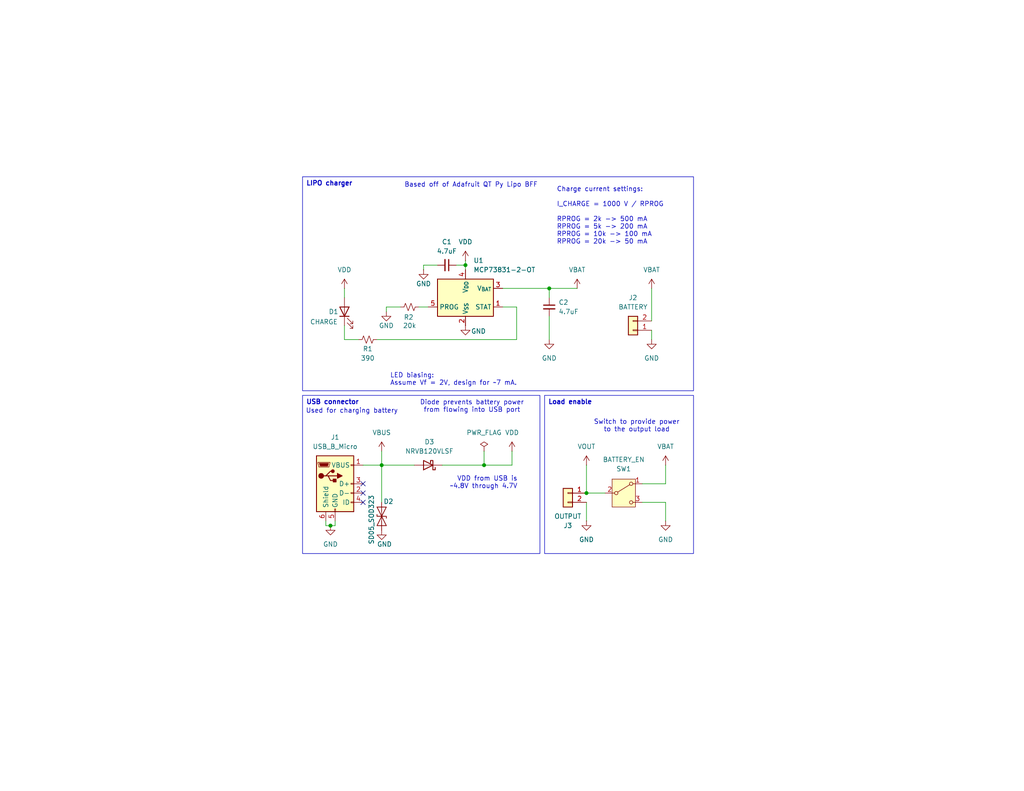
<source format=kicad_sch>
(kicad_sch (version 20231120) (generator "eeschema") (generator_version "8.0")
  (paper "USLetter")
  (title_block (title "lipo charger/supply") (date "2024-03-30") (rev "1") (company "Trevor Vannoy") (comment 2 "Circuit that can be used to power a separate circuit from a lipo,\\nas well as charge the lipo"))
  (lib_symbols
    (symbol "Battery_Management:MCP73831-2-OT"
      (property "Reference" "U" (at -7.62 6.35 0))
      (property "Value" "MCP73831-2-OT" (at 1.27 6.35 0))
      (symbol "MCP73831-2-OT_0_1"
        (rectangle (start -7.62 5.08) (end 7.62 -5.08) (stroke (width 0.254)) (fill (type background)))
      )
      (symbol "MCP73831-2-OT_1_1"
        (pin tri_state line (at 10.16 -2.54 180) (length 2.54) (name "STAT") (number "1"))
        (pin power_in line (at 0 -7.62 90) (length 2.54) (name "V_{SS}") (number "2"))
        (pin power_out line (at 10.16 2.54 180) (length 2.54) (name "V_{BAT}") (number "3"))
        (pin power_in line (at 0 7.62 270) (length 2.54) (name "V_{DD}") (number "4"))
        (pin input line (at -10.16 -2.54 0) (length 2.54) (name "PROG") (number "5"))
      )
    )
    (symbol "Connector:USB_B_Micro" (pin_names (offset 1.016))
      (property "Reference" "J" (at -5.08 11.43 0))
      (property "Value" "USB_B_Micro" (at -5.08 8.89 0))
      (symbol "USB_B_Micro_0_1"
        (rectangle (start -5.08 -7.62) (end 5.08 7.62) (stroke (width 0.254)) (fill (type background)))
        (circle (center -3.81 2.159) (radius 0.635) (stroke (width 0.254)) (fill (type outline)))
        (circle (center -0.635 3.429) (radius 0.381) (stroke (width 0.254)) (fill (type outline)))
        (rectangle (start -0.127 -7.62) (end 0.127 -6.858))
        (polyline (pts (xy -1.905 2.159) (xy 0.635 2.159)) (stroke (width 0.254)))
        (polyline (pts (xy -3.175 2.159) (xy -2.54 2.159) (xy -1.27 3.429) (xy -0.635 3.429)) (stroke (width 0.254)))
        (polyline (pts (xy -2.54 2.159) (xy -1.905 2.159) (xy -1.27 0.889) (xy 0 0.889)) (stroke (width 0.254)))
        (polyline (pts (xy 0.635 2.794) (xy 0.635 1.524) (xy 1.905 2.159) (xy 0.635 2.794)) (stroke (width 0.254)) (fill (type outline)))
        (polyline (pts (xy -4.318 5.588) (xy -1.778 5.588) (xy -2.032 4.826) (xy -4.064 4.826) (xy -4.318 5.588)) (fill (type outline)))
        (polyline (pts (xy -4.699 5.842) (xy -4.699 5.588) (xy -4.445 4.826) (xy -4.445 4.572) (xy -1.651 4.572) (xy -1.651 4.826) (xy -1.397 5.588) (xy -1.397 5.842) (xy -4.699 5.842)))
        (rectangle (start 0.254 1.27) (end -0.508 0.508) (stroke (width 0.254)) (fill (type outline)))
        (rectangle (start 5.08 -5.207) (end 4.318 -4.953))
        (rectangle (start 5.08 -2.667) (end 4.318 -2.413))
        (rectangle (start 5.08 -0.127) (end 4.318 0.127))
        (rectangle (start 5.08 4.953) (end 4.318 5.207))
      )
      (symbol "USB_B_Micro_1_1"
        (pin power_out line (at 7.62 5.08 180) (length 2.54) (name "VBUS") (number "1"))
        (pin bidirectional line (at 7.62 -2.54 180) (length 2.54) (name "D-") (number "2"))
        (pin bidirectional line (at 7.62 0 180) (length 2.54) (name "D+") (number "3"))
        (pin passive line (at 7.62 -5.08 180) (length 2.54) (name "ID") (number "4"))
        (pin power_out line (at 0 -10.16 90) (length 2.54) (name "GND") (number "5"))
        (pin passive line (at -2.54 -10.16 90) (length 2.54) (name "Shield") (number "6"))
      )
    )
    (symbol "Connector_Generic:Conn_01x02" (pin_names (offset 1.016) hide)
      (property "Reference" "J" (at 0 2.54 0))
      (property "Value" "Conn_01x02" (at 0 -5.08 0))
      (symbol "Conn_01x02_1_1"
        (rectangle (start -1.27 -2.413) (end 0 -2.667) (stroke (width 0.1524)))
        (rectangle (start -1.27 0.127) (end 0 -0.127) (stroke (width 0.1524)))
        (rectangle (start -1.27 1.27) (end 1.27 -3.81) (stroke (width 0.254)) (fill (type background)))
        (pin passive line (at -5.08 0 0) (length 3.81) (name "Pin_1") (number "1"))
        (pin passive line (at -5.08 -2.54 0) (length 3.81) (name "Pin_2") (number "2"))
      )
    )
    (symbol "Device:C_Small" (pin_numbers hide) (pin_names (offset 0.254) hide)
      (property "Reference" "C" (at 0.254 1.778 0))
      (property "Value" "C_Small" (at 0.254 -2.032 0))
      (symbol "C_Small_0_1"
        (polyline (pts (xy -1.524 -0.508) (xy 1.524 -0.508)) (stroke (width 0.3302)))
        (polyline (pts (xy -1.524 0.508) (xy 1.524 0.508)) (stroke (width 0.3048)))
      )
      (symbol "C_Small_1_1"
        (pin passive line (at 0 2.54 270) (length 2.032) (name "~") (number "1"))
        (pin passive line (at 0 -2.54 90) (length 2.032) (name "~") (number "2"))
      )
    )
    (symbol "Device:D_Schottky" (pin_numbers hide) (pin_names (offset 1.016) hide)
      (property "Reference" "D" (at 0 2.54 0))
      (property "Value" "D_Schottky" (at 0 -2.54 0))
      (symbol "D_Schottky_0_1"
        (polyline (pts (xy 1.27 0) (xy -1.27 0)))
        (polyline (pts (xy 1.27 1.27) (xy 1.27 -1.27) (xy -1.27 0) (xy 1.27 1.27)) (stroke (width 0.254)))
        (polyline (pts (xy -1.905 0.635) (xy -1.905 1.27) (xy -1.27 1.27) (xy -1.27 -1.27) (xy -0.635 -1.27) (xy -0.635 -0.635)) (stroke (width 0.254)))
      )
      (symbol "D_Schottky_1_1"
        (pin passive line (at -3.81 0 0) (length 2.54) (name "K") (number "1"))
        (pin passive line (at 3.81 0 180) (length 2.54) (name "A") (number "2"))
      )
    )
    (symbol "Device:LED" (pin_numbers hide) (pin_names (offset 1.016) hide)
      (property "Reference" "D" (at 0 2.54 0))
      (property "Value" "LED" (at 0 -2.54 0))
      (symbol "LED_0_1"
        (polyline (pts (xy -1.27 -1.27) (xy -1.27 1.27)) (stroke (width 0.254)))
        (polyline (pts (xy -1.27 0) (xy 1.27 0)))
        (polyline (pts (xy 1.27 -1.27) (xy 1.27 1.27) (xy -1.27 0) (xy 1.27 -1.27)) (stroke (width 0.254)))
        (polyline (pts (xy -3.048 -0.762) (xy -4.572 -2.286) (xy -3.81 -2.286) (xy -4.572 -2.286) (xy -4.572 -1.524)))
        (polyline (pts (xy -1.778 -0.762) (xy -3.302 -2.286) (xy -2.54 -2.286) (xy -3.302 -2.286) (xy -3.302 -1.524)))
      )
      (symbol "LED_1_1"
        (pin passive line (at -3.81 0 0) (length 2.54) (name "K") (number "1"))
        (pin passive line (at 3.81 0 180) (length 2.54) (name "A") (number "2"))
      )
    )
    (symbol "Device:R_Small_US" (pin_numbers hide) (pin_names (offset 0.254) hide)
      (property "Reference" "R" (at 0.762 0.508 0))
      (property "Value" "R_Small_US" (at 0.762 -1.016 0))
      (symbol "R_Small_US_1_1"
        (polyline (pts (xy 0 0) (xy 1.016 -0.381) (xy 0 -0.762) (xy -1.016 -1.143) (xy 0 -1.524)))
        (polyline (pts (xy 0 1.524) (xy 1.016 1.143) (xy 0 0.762) (xy -1.016 0.381) (xy 0 0)))
        (pin passive line (at 0 2.54 270) (length 1.016) (name "~") (number "1"))
        (pin passive line (at 0 -2.54 90) (length 1.016) (name "~") (number "2"))
      )
    )
    (symbol "Diode:SD05_SOD323" (pin_numbers hide) (pin_names (offset 1.016) hide)
      (property "Reference" "D" (at 0 2.54 0))
      (property "Value" "SD05_SOD323" (at 0 -2.54 0))
      (symbol "SD05_SOD323_0_1"
        (polyline (pts (xy 1.27 0) (xy -1.27 0)))
        (polyline (pts (xy -2.54 -1.27) (xy 0 0) (xy -2.54 1.27) (xy -2.54 -1.27)) (stroke (width 0.2032)))
        (polyline (pts (xy 0.508 1.27) (xy 0 1.27) (xy 0 -1.27) (xy -0.508 -1.27)) (stroke (width 0.2032)))
        (polyline (pts (xy 2.54 1.27) (xy 2.54 -1.27) (xy 0 0) (xy 2.54 1.27)) (stroke (width 0.2032)))
      )
      (symbol "SD05_SOD323_1_1"
        (pin passive line (at -3.81 0 0) (length 2.54) (name "A1") (number "1"))
        (pin passive line (at 3.81 0 180) (length 2.54) (name "A2") (number "2"))
      )
    )
    (symbol "Switch:SW_SPDT" (pin_names (offset 0) hide)
      (property "Reference" "SW" (at 0 5.08 0))
      (property "Value" "SW_SPDT" (at 0 -5.08 0))
      (symbol "SW_SPDT_0_1"
        (circle (center -2.032 0) (radius 0.4572))
        (polyline (pts (xy -1.651 0.254) (xy 1.651 2.286)))
        (circle (center 2.032 -2.54) (radius 0.4572))
        (circle (center 2.032 2.54) (radius 0.4572))
      )
      (symbol "SW_SPDT_1_1"
        (rectangle (start -3.175 3.81) (end 3.175 -3.81) (fill (type background)))
        (pin passive line (at 5.08 2.54 180) (length 2.54) (name "A") (number "1"))
        (pin passive line (at -5.08 0 0) (length 2.54) (name "B") (number "2"))
        (pin passive line (at 5.08 -2.54 180) (length 2.54) (name "C") (number "3"))
      )
    )
    (symbol "power:GND" (power) (pin_numbers hide) (pin_names (offset 0) hide)
      (property "Value" "GND" (at 0 -3.81 0))
      (symbol "GND_0_1"
        (polyline (pts (xy 0 0) (xy 0 -1.27) (xy 1.27 -1.27) (xy 0 -2.54) (xy -1.27 -1.27) (xy 0 -1.27)))
      )
      (symbol "GND_1_1"
        (pin power_in line (at 0 0 270) (length 0) (name "~") (number "1"))
      )
    )
    (symbol "power:PWR_FLAG" (power) (pin_numbers hide) (pin_names (offset 0) hide)
      (property "Value" "PWR_FLAG" (at 0 3.81 0))
      (symbol "PWR_FLAG_0_0"
        (pin power_out line (at 0 0 90) (length 0) (name "~") (number "1"))
      )
      (symbol "PWR_FLAG_0_1"
        (polyline (pts (xy 0 0) (xy 0 1.27) (xy -1.016 1.905) (xy 0 2.54) (xy 1.016 1.905) (xy 0 1.27)))
      )
    )
    (symbol "power:VAA" (power) (pin_numbers hide) (pin_names (offset 0) hide)
      (property "Value" "VAA" (at 0 3.556 0))
      (symbol "VAA_0_1"
        (polyline (pts (xy -0.762 1.27) (xy 0 2.54)))
        (polyline (pts (xy 0 0) (xy 0 2.54)))
        (polyline (pts (xy 0 2.54) (xy 0.762 1.27)))
      )
      (symbol "VAA_1_1"
        (pin power_in line (at 0 0 90) (length 0) (name "~") (number "1"))
      )
    )
    (symbol "power:VBUS" (power) (pin_numbers hide) (pin_names (offset 0) hide)
      (property "Value" "VBUS" (at 0 3.556 0))
      (symbol "VBUS_0_1"
        (polyline (pts (xy -0.762 1.27) (xy 0 2.54)))
        (polyline (pts (xy 0 0) (xy 0 2.54)))
        (polyline (pts (xy 0 2.54) (xy 0.762 1.27)))
      )
      (symbol "VBUS_1_1"
        (pin power_in line (at 0 0 90) (length 0) (name "~") (number "1"))
      )
    )
    (symbol "power:VCC" (power) (pin_numbers hide) (pin_names (offset 0) hide)
      (property "Value" "VCC" (at 0 3.556 0))
      (symbol "VCC_0_1"
        (polyline (pts (xy -0.762 1.27) (xy 0 2.54)))
        (polyline (pts (xy 0 0) (xy 0 2.54)))
        (polyline (pts (xy 0 2.54) (xy 0.762 1.27)))
      )
      (symbol "VCC_1_1"
        (pin power_in line (at 0 0 90) (length 0) (name "~") (number "1"))
      )
    )
    (symbol "power:VDD" (power) (pin_numbers hide) (pin_names (offset 0) hide)
      (property "Value" "VDD" (at 0 3.556 0))
      (symbol "VDD_0_1"
        (polyline (pts (xy -0.762 1.27) (xy 0 2.54)))
        (polyline (pts (xy 0 0) (xy 0 2.54)))
        (polyline (pts (xy 0 2.54) (xy 0.762 1.27)))
      )
      (symbol "VDD_1_1"
        (pin power_in line (at 0 0 90) (length 0) (name "~") (number "1"))
      )
    )
  )
  (junction (at 90.17 143.51))
  (junction (at 127 72.39))
  (junction (at 104.14 127))
  (junction (at 160.02 134.62))
  (junction (at 132.08 127))
  (junction (at 149.86 78.74))
  (no_connect (at 99.06 137.16))
  (no_connect (at 99.06 134.62))
  (no_connect (at 99.06 132.08))
  (wire (pts (xy 104.14 127) (xy 113.03 127)))
  (wire (pts (xy 149.86 78.74) (xy 157.48 78.74)))
  (wire (pts (xy 105.41 83.82) (xy 109.22 83.82)))
  (wire (pts (xy 137.16 78.74) (xy 149.86 78.74)))
  (wire (pts (xy 115.57 72.39) (xy 119.38 72.39)))
  (wire (pts (xy 88.9 143.51) (xy 88.9 142.24)))
  (wire (pts (xy 104.14 127) (xy 104.14 137.16)))
  (wire (pts (xy 115.57 73.66) (xy 115.57 72.39)))
  (wire (pts (xy 177.8 78.74) (xy 177.8 87.63)))
  (wire (pts (xy 181.61 142.24) (xy 181.61 137.16)))
  (wire (pts (xy 124.46 72.39) (xy 127 72.39)))
  (wire (pts (xy 137.16 83.82) (xy 140.97 83.82)))
  (wire (pts (xy 160.02 127) (xy 160.02 134.62)))
  (wire (pts (xy 140.97 92.71) (xy 140.97 83.82)))
  (wire (pts (xy 93.98 78.74) (xy 93.98 81.28)))
  (wire (pts (xy 132.08 127) (xy 139.7 127)))
  (wire (pts (xy 165.1 134.62) (xy 160.02 134.62)))
  (wire (pts (xy 102.87 92.71) (xy 140.97 92.71)))
  (wire (pts (xy 175.26 132.08) (xy 181.61 132.08)))
  (wire (pts (xy 177.8 90.17) (xy 177.8 92.71)))
  (wire (pts (xy 90.17 143.51) (xy 91.44 143.51)))
  (wire (pts (xy 120.65 127) (xy 132.08 127)))
  (wire (pts (xy 181.61 127) (xy 181.61 132.08)))
  (wire (pts (xy 132.08 123.19) (xy 132.08 127)))
  (wire (pts (xy 139.7 127) (xy 139.7 123.19)))
  (wire (pts (xy 149.86 81.28) (xy 149.86 78.74)))
  (wire (pts (xy 99.06 127) (xy 104.14 127)))
  (wire (pts (xy 93.98 92.71) (xy 93.98 88.9)))
  (wire (pts (xy 160.02 142.24) (xy 160.02 137.16)))
  (wire (pts (xy 104.14 123.19) (xy 104.14 127)))
  (wire (pts (xy 127 72.39) (xy 127 73.66)))
  (wire (pts (xy 91.44 143.51) (xy 91.44 142.24)))
  (wire (pts (xy 90.17 143.51) (xy 88.9 143.51)))
  (wire (pts (xy 149.86 86.36) (xy 149.86 92.71)))
  (wire (pts (xy 181.61 137.16) (xy 175.26 137.16)))
  (wire (pts (xy 97.79 92.71) (xy 93.98 92.71)))
  (wire (pts (xy 105.41 85.09) (xy 105.41 83.82)))
  (wire (pts (xy 127 71.12) (xy 127 72.39)))
  (wire (pts (xy 114.3 83.82) (xy 116.84 83.82)))
  (text_box "Load enable" (at 148.59 107.95 0) (size 40.64 43.18) (effects (font (size 1.27 1.27) (thickness 0.254) (bold yes)) (justify left top)))
  (text_box "USB connector" (at 82.55 107.95 0) (size 64.77 43.18) (effects (font (size 1.27 1.27) (bold yes)) (justify left top)))
  (text_box "LIPO charger" (at 82.55 48.26 0) (size 106.68 58.42) (effects (font (size 1.27 1.27) (thickness 0.254) (bold yes)) (justify left top)))
  (text "VDD from USB is\n~4.8V through 4.7V" (at 141.224 131.826 0) (effects (font (size 1.27 1.27)) (justify right)))
  (text "Based off of Adafruit QT Py Lipo BFF" (at 128.524 50.546 0) (effects (font (size 1.27 1.27))))
  (text "Charge current settings:\n\nI_CHARGE = 1000 V / RPROG \n\nRPROG = 2k -> 500 mA\nRPROG = 5k -> 200 mA\nRPROG = 10k -> 100 mA\nRPROG = 20k -> 50 mA" (at 151.892 58.928 0) (effects (font (size 1.27 1.27)) (justify left)))
  (text "Diode prevents battery power\nfrom flowing into USB port" (at 128.778 110.998 0) (effects (font (size 1.27 1.27))))
  (text "Used for charging battery" (at 96.012 112.268 0) (effects (font (size 1.27 1.27))))
  (text "LED biasing:\nAssume Vf = 2V, design for ~7 mA.\n" (at 106.426 103.632 0) (effects (font (size 1.27 1.27)) (justify left)))
  (text "Switch to provide power\nto the output load" (at 173.736 116.332 0) (effects (font (size 1.27 1.27))))
  (symbol (lib_id "power:GND") (at 149.86 92.71 0) (unit 1)
    (property "Reference" "#PWR09" (effects (hide yes)))
    (property "Value" "GND" (at 149.86 97.79 0))
    (property "Description" "Power symbol creates a global label with name \"GND\" , ground" (effects (hide yes)))
  )
  (symbol (lib_id "power:PWR_FLAG") (at 132.08 123.19 0) (unit 1)
    (property "Reference" "#FLG01" (effects (hide yes)))
    (property "Value" "PWR_FLAG" (at 132.08 118.11 0))
    (property "Description" "Special symbol for telling ERC where power comes from" (effects (hide yes)))
  )
  (symbol (lib_id "power:VBUS") (at 104.14 123.19 0) (unit 1)
    (property "Reference" "#PWR016" (effects (hide yes)))
    (property "Value" "VBUS" (at 104.14 118.11 0))
    (property "Description" "Power symbol creates a global label with name \"VBUS\"" (effects (hide yes)))
  )
  (symbol (lib_id "power:VDD") (at 139.7 123.19 0) (unit 1)
    (property "Reference" "#PWR08" (effects (hide yes)))
    (property "Value" "VDD" (at 139.7 118.11 0))
    (property "Description" "Power symbol creates a global label with name \"VDD\"" (effects (hide yes)))
  )
  (symbol (lib_id "Device:D_Schottky") (at 116.84 127 180) (unit 1)
    (property "Reference" "D3" (at 117.1575 120.65 0))
    (property "Value" "NRVB120VLSF" (at 117.1575 123.19 0))
    (property "Footprint" "Diode_SMD:D_SOD-123F" (effects (hide yes)))
    (property "Datasheet" "https://www.onsemi.com/pdf/datasheet/mbr120vlsft1-d.pdf" (effects (hide yes)))
    (property "Description" "Schottky diode" (effects (hide yes)))
    (property "Part Number" "NRVB120VLSF" (effects (hide yes)))
  )
  (symbol (lib_id "power:GND") (at 105.41 85.09 0) (unit 1)
    (property "Reference" "#PWR04" (effects (hide yes)))
    (property "Value" "GND" (at 105.41 88.9 0))
    (property "Description" "Power symbol creates a global label with name \"GND\" , ground" (effects (hide yes)))
  )
  (symbol (lib_id "power:VCC") (at 177.8 78.74 0) (unit 1)
    (property "Reference" "#PWR014" (effects (hide yes)))
    (property "Value" "VBAT" (at 177.8 73.66 0))
    (property "Description" "Power symbol creates a global label with name \"VCC\"" (effects (hide yes)))
  )
  (symbol (lib_id "Diode:SD05_SOD323") (at 104.14 140.97 270) (unit 1)
    (property "Reference" "D2" (at 104.648 136.906 90) (effects (justify left)))
    (property "Value" "SD05_SOD323" (at 101.346 135.128 0) (effects (justify left)))
    (property "Footprint" "Diode_SMD:D_SOD-323" (effects (hide yes)))
    (property "Datasheet" "https://www.diodes.com/assets/Datasheets/SD05C.pdf" (effects (hide yes)))
    (property "Description" "5V, 450W Discrete Bidirectional TVS Diode, SOD-323" (effects (hide yes)))
    (property "Part Number" "SD05C-7" (effects (hide yes)))
  )
  (symbol (lib_id "Device:R_Small_US") (at 111.76 83.82 270) (unit 1)
    (property "Reference" "R2" (at 111.506 86.614 90))
    (property "Value" "20k" (at 111.76 88.9 90))
    (property "Footprint" "Resistor_SMD:R_0805_2012Metric_Pad1.20x1.40mm_HandSolder" (effects (hide yes)))
    (property "Description" "Resistor, small US symbol" (effects (hide yes)))
  )
  (symbol (lib_id "power:VCC") (at 157.48 78.74 0) (unit 1)
    (property "Reference" "#PWR012" (effects (hide yes)))
    (property "Value" "VBAT" (at 157.48 73.66 0))
    (property "Description" "Power symbol creates a global label with name \"VCC\"" (effects (hide yes)))
  )
  (symbol (lib_id "power:VDD") (at 127 71.12 0) (unit 1)
    (property "Reference" "#PWR06" (effects (hide yes)))
    (property "Value" "VDD" (at 127 66.04 0))
    (property "Description" "Power symbol creates a global label with name \"VDD\"" (effects (hide yes)))
  )
  (symbol (lib_id "power:VCC") (at 181.61 127 0) (mirror y) (unit 1)
    (property "Reference" "#PWR010" (effects (hide yes)))
    (property "Value" "VBAT" (at 181.61 121.92 0))
    (property "Description" "Power symbol creates a global label with name \"VCC\"" (effects (hide yes)))
  )
  (symbol (lib_id "power:GND") (at 90.17 143.51 0) (unit 1)
    (property "Reference" "#PWR01" (effects (hide yes)))
    (property "Value" "GND" (at 90.17 148.59 0))
    (property "Description" "Power symbol creates a global label with name \"GND\" , ground" (effects (hide yes)))
  )
  (symbol (lib_id "power:GND") (at 115.57 73.66 0) (unit 1)
    (property "Reference" "#PWR05" (effects (hide yes)))
    (property "Value" "GND" (at 115.57 77.47 0))
    (property "Description" "Power symbol creates a global label with name \"GND\" , ground" (effects (hide yes)))
  )
  (symbol (lib_id "Device:C_Small") (at 149.86 83.82 0) (unit 1)
    (property "Reference" "C2" (at 152.4 82.5562 0) (effects (justify left)))
    (property "Value" "4.7uF" (at 152.4 85.0962 0) (effects (justify left)))
    (property "Footprint" "Capacitor_SMD:C_0805_2012Metric_Pad1.18x1.45mm_HandSolder" (effects (hide yes)))
    (property "Description" "Unpolarized capacitor, small symbol" (effects (hide yes)))
  )
  (symbol (lib_id "Connector_Generic:Conn_01x02") (at 154.94 134.62 0) (mirror y) (unit 1)
    (property "Reference" "J3" (at 154.94 143.51 0))
    (property "Value" "OUTPUT" (at 154.94 140.97 0))
    (property "Footprint" "Connector_JST:JST_PH_B2B-PH-K_1x02_P2.00mm_Vertical" (effects (hide yes)))
    (property "Datasheet" "https://www.jst-mfg.com/product/pdf/eng/eXH.pdf" (effects (hide yes)))
    (property "Description" "Generic connector, single row, 01x02, script generated (kicad-library-utils/schlib/autogen/connector/)" (effects (hide yes)))
    (property "Part Number" "B2B-PH-K-S" (effects (hide yes)))
  )
  (symbol (lib_id "Switch:SW_SPDT") (at 170.18 134.62 0) (unit 1)
    (property "Reference" "SW1" (at 170.18 128.016 0))
    (property "Value" "BATTERY_EN" (at 170.18 125.476 0))
    (property "Footprint" "Button_Switch_THT:SW_E-Switch_EG1224_SPDT_Angled" (effects (hide yes)))
    (property "Datasheet" "https://sten-eswitch-13110800-production.s3.amazonaws.com/system/asset/product_line/data_sheet/119/EG.pdf" (effects (hide yes)))
    (property "Description" "Switch, single pole double throw" (effects (hide yes)))
    (property "Part Number" "EG1224" (effects (hide yes)))
  )
  (symbol (lib_id "Connector:USB_B_Micro") (at 91.44 132.08 0) (unit 1)
    (property "Reference" "J1" (at 91.44 119.38 0))
    (property "Value" "USB_B_Micro" (at 91.44 121.92 0))
    (property "Footprint" "Connector_USB:USB_Micro-B_Wuerth_629105150521" (effects (hide yes)))
    (property "Datasheet" "https://www.we-online.com/katalog/datasheet/629105150521.pdf" (effects (hide yes)))
    (property "Description" "USB Micro Type B connector" (effects (hide yes)))
    (property "Part Number" "629105150521" (effects (hide yes)))
  )
  (symbol (lib_id "Device:R_Small_US") (at 100.33 92.71 90) (unit 1)
    (property "Reference" "R1" (at 100.33 95.25 90))
    (property "Value" "390" (at 100.33 97.79 90))
    (property "Footprint" "Resistor_SMD:R_0805_2012Metric_Pad1.20x1.40mm_HandSolder" (effects (hide yes)))
    (property "Description" "Resistor, small US symbol" (effects (hide yes)))
  )
  (symbol (lib_id "power:VAA") (at 160.02 127 0) (unit 1)
    (property "Reference" "#PWR017" (effects (hide yes)))
    (property "Value" "VOUT" (at 160.02 121.92 0))
    (property "Description" "Power symbol creates a global label with name \"VAA\"" (effects (hide yes)))
  )
  (symbol (lib_id "power:GND") (at 160.02 142.24 0) (mirror y) (unit 1)
    (property "Reference" "#PWR013" (effects (hide yes)))
    (property "Value" "GND" (at 160.02 147.32 0))
    (property "Description" "Power symbol creates a global label with name \"GND\" , ground" (effects (hide yes)))
  )
  (symbol (lib_id "power:GND") (at 104.14 144.78 0) (unit 1)
    (property "Reference" "#PWR03" (effects (hide yes)))
    (property "Value" "GND" (at 104.902 148.59 0))
    (property "Description" "Power symbol creates a global label with name \"GND\" , ground" (effects (hide yes)))
  )
  (symbol (lib_id "Device:LED") (at 93.98 85.09 90) (unit 1)
    (property "Reference" "D1" (at 89.662 85.09 90) (effects (justify right)))
    (property "Value" "CHARGE" (at 84.582 87.884 90) (effects (justify right)))
    (property "Footprint" "LED_SMD:LED_1206_3216Metric_Pad1.42x1.75mm_HandSolder" (effects (hide yes)))
    (property "Datasheet" "https://mm.digikey.com/Volume0/opasdata/d220001/medias/docus/2715/B1591UY--20C000112U1930.pdf" (effects (hide yes)))
    (property "Description" "Light emitting diode" (effects (hide yes)))
    (property "Part Number" "B1591UY--20C000112U1930" (effects (hide yes)))
  )
  (symbol (lib_id "Device:C_Small") (at 121.92 72.39 270) (unit 1)
    (property "Reference" "C1" (at 121.9136 66.04 90))
    (property "Value" "4.7uF" (at 121.9136 68.58 90))
    (property "Footprint" "Capacitor_SMD:C_0805_2012Metric_Pad1.18x1.45mm_HandSolder" (effects (hide yes)))
    (property "Description" "Unpolarized capacitor, small symbol" (effects (hide yes)))
  )
  (symbol (lib_id "power:GND") (at 127 88.9 0) (unit 1)
    (property "Reference" "#PWR07" (effects (hide yes)))
    (property "Value" "GND" (at 130.556 90.424 0))
    (property "Description" "Power symbol creates a global label with name \"GND\" , ground" (effects (hide yes)))
  )
  (symbol (lib_id "power:GND") (at 181.61 142.24 0) (mirror y) (unit 1)
    (property "Reference" "#PWR011" (effects (hide yes)))
    (property "Value" "GND" (at 181.61 147.32 0))
    (property "Description" "Power symbol creates a global label with name \"GND\" , ground" (effects (hide yes)))
  )
  (symbol (lib_id "Connector_Generic:Conn_01x02") (at 172.72 90.17 180) (unit 1)
    (property "Reference" "J2" (at 172.72 81.28 0))
    (property "Value" "BATTERY" (at 172.72 83.82 0))
    (property "Footprint" "Connector_JST:JST_PH_B2B-PH-K_1x02_P2.00mm_Vertical" (effects (hide yes)))
    (property "Datasheet" "https://www.jst-mfg.com/product/pdf/eng/eXH.pdf" (effects (hide yes)))
    (property "Description" "Generic connector, single row, 01x02, script generated (kicad-library-utils/schlib/autogen/connector/)" (effects (hide yes)))
    (property "Part Number" "B2B-PH-K-S" (effects (hide yes)))
  )
  (symbol (lib_id "Battery_Management:MCP73831-2-OT") (at 127 81.28 0) (unit 1)
    (property "Reference" "U1" (at 129.1941 71.12 0) (effects (justify left)))
    (property "Value" "MCP73831-2-OT" (at 129.1941 73.66 0) (effects (justify left)))
    (property "Footprint" "Package_TO_SOT_SMD:SOT-23-5" (effects (hide yes)))
    (property "Datasheet" "http://ww1.microchip.com/downloads/en/DeviceDoc/20001984g.pdf" (effects (hide yes)))
    (property "Description" "Single cell, Li-Ion/Li-Po charge management controller, 4.20V, Tri-State Status Output, in SOT23-5 package" (effects (hide yes)))
    (property "Part Number" "MCP73831T-2ACI/OT" (effects (hide yes)))
  )
  (symbol (lib_id "power:GND") (at 177.8 92.71 0) (unit 1)
    (property "Reference" "#PWR015" (effects (hide yes)))
    (property "Value" "GND" (at 177.8 97.79 0))
    (property "Description" "Power symbol creates a global label with name \"GND\" , ground" (effects (hide yes)))
  )
  (symbol (lib_id "power:VDD") (at 93.98 78.74 0) (unit 1)
    (property "Reference" "#PWR02" (effects (hide yes)))
    (property "Value" "VDD" (at 93.98 73.66 0))
    (property "Description" "Power symbol creates a global label with name \"VDD\"" (effects (hide yes)))
  )
)
</source>
